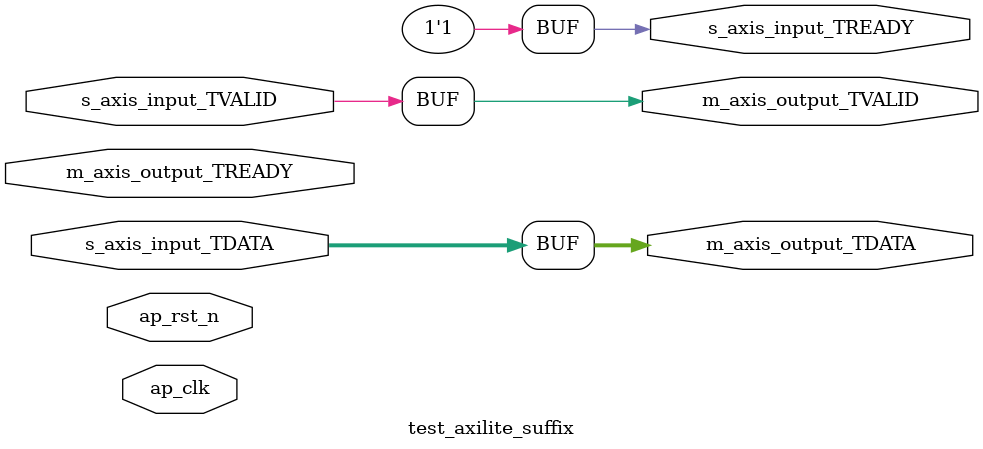
<source format=sv>

module test_axilite_suffix #(
    parameter INPUT_WIDTH = 8,
    parameter OUTPUT_WIDTH = 8,
    // These should be detected as AXI-Lite params by suffix
    parameter CONFIG_AXILITE = 1,
    parameter DEBUG_EN = 0,
    parameter MONITOR_EN = 1,
    // This should remain general
    parameter NORMAL_PARAM = 42
) (
    input wire ap_clk,
    input wire ap_rst_n,
    
    // Input interface
    input wire [INPUT_WIDTH-1:0] s_axis_input_TDATA,
    input wire s_axis_input_TVALID,
    output wire s_axis_input_TREADY,
    
    // Output interface  
    output wire [OUTPUT_WIDTH-1:0] m_axis_output_TDATA,
    output wire m_axis_output_TVALID,
    input wire m_axis_output_TREADY
);

// Dummy implementation
assign s_axis_input_TREADY = 1'b1;
assign m_axis_output_TDATA = s_axis_input_TDATA;
assign m_axis_output_TVALID = s_axis_input_TVALID;

endmodule
</source>
